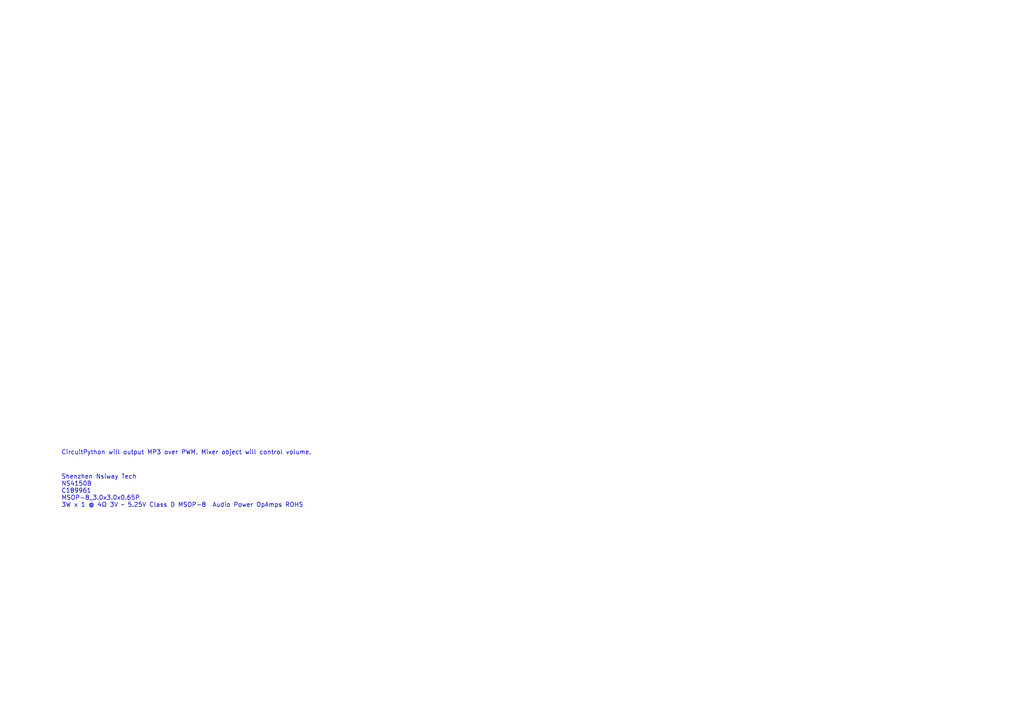
<source format=kicad_sch>
(kicad_sch (version 20211123) (generator eeschema)
  (paper "A4")
  (lib_symbols)
  (text "Shenzhen Nsiway Tech\nNS4150B\nC189961\nMSOP-8_3.0x3.0x0.65P\n3W x 1 @ 4Ω 3V ~ 5.25V Class D MSOP-8  Audio Power OpAmps ROHS" (at 17.78 147.32 0) (effects (font (size 1.27 1.27)) (justify left bottom)))
  (text "CircuitPython will output MP3 over PWM, Mixer object will control volume.\n" (at 17.78 132.08 0) (effects (font (size 1.27 1.27)) (justify left bottom)))
)
</source>
